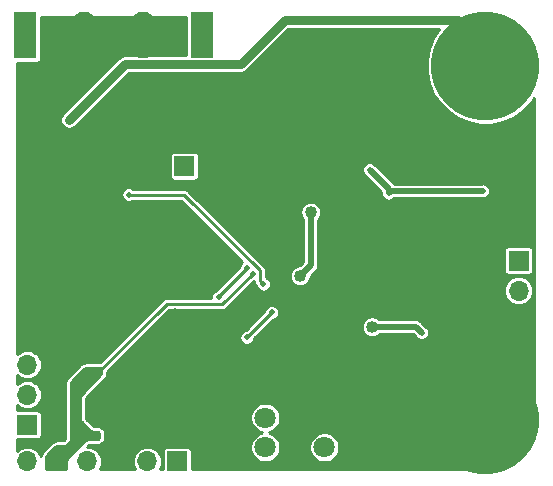
<source format=gbr>
G04 #@! TF.GenerationSoftware,KiCad,Pcbnew,5.1.2-f72e74a~84~ubuntu18.04.1*
G04 #@! TF.CreationDate,2019-07-31T21:01:39+02:00*
G04 #@! TF.ProjectId,Pulse_Arc_Welder_logic,50756c73-655f-4417-9263-5f57656c6465,rev?*
G04 #@! TF.SameCoordinates,Original*
G04 #@! TF.FileFunction,Copper,L2,Bot*
G04 #@! TF.FilePolarity,Positive*
%FSLAX46Y46*%
G04 Gerber Fmt 4.6, Leading zero omitted, Abs format (unit mm)*
G04 Created by KiCad (PCBNEW 5.1.2-f72e74a~84~ubuntu18.04.1) date 2019-07-31 21:01:39*
%MOMM*%
%LPD*%
G04 APERTURE LIST*
%ADD10R,1.700000X1.700000*%
%ADD11O,1.700000X1.700000*%
%ADD12O,2.500000X3.500000*%
%ADD13C,1.800000*%
%ADD14C,9.200000*%
%ADD15O,1.980000X3.960000*%
%ADD16R,1.980000X3.960000*%
%ADD17C,0.508000*%
%ADD18C,1.016000*%
%ADD19C,0.750000*%
%ADD20C,0.250000*%
%ADD21C,0.500000*%
%ADD22C,0.254000*%
G04 APERTURE END LIST*
D10*
X151600000Y-131200000D03*
D11*
X151600000Y-128660000D03*
X151600000Y-126120000D03*
X151600000Y-123580000D03*
D10*
X193200000Y-117300000D03*
D11*
X193200000Y-119840000D03*
D10*
X164900000Y-109300000D03*
D11*
X162360000Y-109300000D03*
X151600000Y-134300000D03*
X154140000Y-134300000D03*
X156680000Y-134300000D03*
X159220000Y-134300000D03*
X161760000Y-134300000D03*
D10*
X164300000Y-134300000D03*
D12*
X168105000Y-129600000D03*
X180405000Y-129600000D03*
D13*
X171755000Y-133100000D03*
X174255000Y-133100000D03*
X176755000Y-133100000D03*
X176755000Y-130600000D03*
X171755000Y-130600000D03*
D14*
X190400000Y-100800000D03*
X190400000Y-130800000D03*
D15*
X156400000Y-98200000D03*
D16*
X151400000Y-98200000D03*
D15*
X161400000Y-98200000D03*
D16*
X166400000Y-98200000D03*
D17*
X173400000Y-96912500D03*
X155140160Y-105392158D03*
X167800000Y-120400000D03*
X170199367Y-117899367D03*
D18*
X175600000Y-113200000D03*
X174700000Y-118600000D03*
X180800000Y-122900000D03*
D17*
X185000000Y-123400000D03*
X157400000Y-132100000D03*
X155700000Y-128000000D03*
X155700000Y-132050000D03*
X170700000Y-118400000D03*
X182200000Y-111587500D03*
X180587500Y-109600000D03*
X190154002Y-111400000D03*
X172315665Y-121684335D03*
X170200000Y-123800000D03*
X160200000Y-111712500D03*
X171600000Y-119300000D03*
X164143153Y-121543153D03*
X171200000Y-124300000D03*
X152900000Y-133200000D03*
X154400000Y-130100000D03*
X154200000Y-126700000D03*
X159200000Y-127400000D03*
X167400000Y-116100000D03*
X171800000Y-114700000D03*
X182500000Y-121400000D03*
D18*
X186600000Y-114900000D03*
X174100000Y-104400000D03*
D17*
X192100000Y-109900000D03*
D18*
X176300000Y-118500000D03*
X172400000Y-120100000D03*
D17*
X163100000Y-131400000D03*
X170100000Y-121200000D03*
D19*
X188112500Y-96912500D02*
X173400000Y-96912500D01*
X190300000Y-99100000D02*
X188112500Y-96912500D01*
X190300000Y-100700000D02*
X190300000Y-99100000D01*
X169657499Y-100655001D02*
X159877317Y-100655001D01*
X159877317Y-100655001D02*
X155140160Y-105392158D01*
X173400000Y-96912500D02*
X169657499Y-100655001D01*
D20*
X167800000Y-120298734D02*
X167800000Y-120400000D01*
X170199367Y-117899367D02*
X167800000Y-120298734D01*
D21*
X175600000Y-113400000D02*
X175600000Y-117700000D01*
X175600000Y-117700000D02*
X174700000Y-118600000D01*
X180800000Y-122900000D02*
X184500000Y-122900000D01*
X184500000Y-122900000D02*
X185000000Y-123400000D01*
D20*
X156059210Y-128000000D02*
X155700000Y-128000000D01*
X156359636Y-128000000D02*
X156059210Y-128000000D01*
X163395484Y-120964152D02*
X156359636Y-128000000D01*
X164435923Y-120979001D02*
X164421074Y-120964152D01*
X164421074Y-120964152D02*
X163395484Y-120964152D01*
X168120999Y-120979001D02*
X164435923Y-120979001D01*
X170700000Y-118400000D02*
X168120999Y-120979001D01*
D21*
X182387500Y-111400000D02*
X182200000Y-111587500D01*
X190154002Y-111400000D02*
X182387500Y-111400000D01*
X182200000Y-111212500D02*
X180587500Y-109600000D01*
X182200000Y-111587500D02*
X182200000Y-111212500D01*
D20*
X170200000Y-123800000D02*
X172315665Y-121684335D01*
X164869422Y-111712500D02*
X160200000Y-111712500D01*
X171279001Y-118979001D02*
X171279001Y-118122079D01*
X171279001Y-118122079D02*
X164869422Y-111712500D01*
X171600000Y-119300000D02*
X171279001Y-118979001D01*
X151600000Y-128800000D02*
X151500000Y-128700000D01*
D22*
G36*
X157873000Y-126479606D02*
G01*
X157873000Y-126847737D01*
X157802532Y-127017862D01*
X156200000Y-128620394D01*
X156184206Y-128639640D01*
X156172470Y-128661596D01*
X156082667Y-128878399D01*
X156075440Y-128902223D01*
X156073000Y-128927000D01*
X156073000Y-130673000D01*
X156075440Y-130697776D01*
X156082667Y-130721601D01*
X156172470Y-130938404D01*
X156184206Y-130960361D01*
X156200000Y-130979606D01*
X156920394Y-131700000D01*
X156939640Y-131715794D01*
X156961596Y-131727530D01*
X157178399Y-131817333D01*
X157202223Y-131824560D01*
X157227000Y-131827000D01*
X157620394Y-131827000D01*
X157673000Y-131879606D01*
X157673000Y-132320394D01*
X157620394Y-132373000D01*
X156827000Y-132373000D01*
X156802224Y-132375440D01*
X156778399Y-132382667D01*
X156561596Y-132472470D01*
X156539639Y-132484206D01*
X156520394Y-132500000D01*
X155000000Y-134020394D01*
X154984206Y-134039640D01*
X154972470Y-134061596D01*
X154882667Y-134278399D01*
X154875440Y-134302223D01*
X154873000Y-134327000D01*
X154873000Y-134944000D01*
X153227000Y-134944000D01*
X153227000Y-133952263D01*
X153297468Y-133782138D01*
X153982138Y-133097468D01*
X154152263Y-133027000D01*
X154673000Y-133027000D01*
X154697776Y-133024560D01*
X154721601Y-133017333D01*
X154938404Y-132927530D01*
X154960361Y-132915794D01*
X154979606Y-132900000D01*
X155200000Y-132679606D01*
X155215794Y-132660360D01*
X155227530Y-132638404D01*
X155317333Y-132421601D01*
X155324560Y-132397777D01*
X155327000Y-132373000D01*
X155327000Y-127652263D01*
X155397468Y-127482138D01*
X156382138Y-126497468D01*
X156552263Y-126427000D01*
X157820394Y-126427000D01*
X157873000Y-126479606D01*
X157873000Y-126479606D01*
G37*
X157873000Y-126479606D02*
X157873000Y-126847737D01*
X157802532Y-127017862D01*
X156200000Y-128620394D01*
X156184206Y-128639640D01*
X156172470Y-128661596D01*
X156082667Y-128878399D01*
X156075440Y-128902223D01*
X156073000Y-128927000D01*
X156073000Y-130673000D01*
X156075440Y-130697776D01*
X156082667Y-130721601D01*
X156172470Y-130938404D01*
X156184206Y-130960361D01*
X156200000Y-130979606D01*
X156920394Y-131700000D01*
X156939640Y-131715794D01*
X156961596Y-131727530D01*
X157178399Y-131817333D01*
X157202223Y-131824560D01*
X157227000Y-131827000D01*
X157620394Y-131827000D01*
X157673000Y-131879606D01*
X157673000Y-132320394D01*
X157620394Y-132373000D01*
X156827000Y-132373000D01*
X156802224Y-132375440D01*
X156778399Y-132382667D01*
X156561596Y-132472470D01*
X156539639Y-132484206D01*
X156520394Y-132500000D01*
X155000000Y-134020394D01*
X154984206Y-134039640D01*
X154972470Y-134061596D01*
X154882667Y-134278399D01*
X154875440Y-134302223D01*
X154873000Y-134327000D01*
X154873000Y-134944000D01*
X153227000Y-134944000D01*
X153227000Y-133952263D01*
X153297468Y-133782138D01*
X153982138Y-133097468D01*
X154152263Y-133027000D01*
X154673000Y-133027000D01*
X154697776Y-133024560D01*
X154721601Y-133017333D01*
X154938404Y-132927530D01*
X154960361Y-132915794D01*
X154979606Y-132900000D01*
X155200000Y-132679606D01*
X155215794Y-132660360D01*
X155227530Y-132638404D01*
X155317333Y-132421601D01*
X155324560Y-132397777D01*
X155327000Y-132373000D01*
X155327000Y-127652263D01*
X155397468Y-127482138D01*
X156382138Y-126497468D01*
X156552263Y-126427000D01*
X157820394Y-126427000D01*
X157873000Y-126479606D01*
G36*
X165027157Y-99899001D02*
G01*
X159914446Y-99899001D01*
X159877317Y-99895344D01*
X159804632Y-99902503D01*
X159729115Y-99909941D01*
X159586609Y-99953169D01*
X159455274Y-100023369D01*
X159340158Y-100117842D01*
X159316489Y-100146683D01*
X154579334Y-104883840D01*
X154508529Y-104970116D01*
X154438329Y-105101450D01*
X154395100Y-105243957D01*
X154380503Y-105392158D01*
X154395100Y-105540359D01*
X154438329Y-105682866D01*
X154508529Y-105814200D01*
X154603002Y-105929316D01*
X154718118Y-106023789D01*
X154849452Y-106093989D01*
X154991959Y-106137218D01*
X155140160Y-106151815D01*
X155288361Y-106137218D01*
X155430868Y-106093989D01*
X155562202Y-106023789D01*
X155648478Y-105952984D01*
X160190463Y-101411001D01*
X169620370Y-101411001D01*
X169657499Y-101414658D01*
X169694628Y-101411001D01*
X169805701Y-101400061D01*
X169948207Y-101356833D01*
X170079542Y-101286633D01*
X170194658Y-101192160D01*
X170218337Y-101163307D01*
X173713146Y-97668500D01*
X186501804Y-97668500D01*
X185985895Y-98440612D01*
X185610417Y-99347096D01*
X185419000Y-100309414D01*
X185419000Y-101290586D01*
X185610417Y-102252904D01*
X185985895Y-103159388D01*
X186531005Y-103975202D01*
X187224798Y-104668995D01*
X188040612Y-105214105D01*
X188947096Y-105589583D01*
X189909414Y-105781000D01*
X190890586Y-105781000D01*
X191852904Y-105589583D01*
X192759388Y-105214105D01*
X193575202Y-104668995D01*
X194268995Y-103975202D01*
X194544001Y-103563627D01*
X194544000Y-130779095D01*
X194472720Y-131554831D01*
X194266963Y-132284390D01*
X193931703Y-132964230D01*
X193478163Y-133571593D01*
X192921539Y-134086131D01*
X192280465Y-134490619D01*
X191576415Y-134771507D01*
X190824125Y-134921147D01*
X190388061Y-134944000D01*
X165532843Y-134944000D01*
X165532843Y-133450000D01*
X165525487Y-133375311D01*
X165503701Y-133303492D01*
X165468322Y-133237304D01*
X165420711Y-133179289D01*
X165362696Y-133131678D01*
X165296508Y-133096299D01*
X165224689Y-133074513D01*
X165150000Y-133067157D01*
X163450000Y-133067157D01*
X163375311Y-133074513D01*
X163303492Y-133096299D01*
X163237304Y-133131678D01*
X163179289Y-133179289D01*
X163131678Y-133237304D01*
X163096299Y-133303492D01*
X163074513Y-133375311D01*
X163067157Y-133450000D01*
X163067157Y-134944000D01*
X162811590Y-134944000D01*
X162902798Y-134773363D01*
X162973188Y-134541318D01*
X162996956Y-134300000D01*
X162973188Y-134058682D01*
X162902798Y-133826637D01*
X162788491Y-133612784D01*
X162634660Y-133425340D01*
X162447216Y-133271509D01*
X162233363Y-133157202D01*
X162001318Y-133086812D01*
X161820472Y-133069000D01*
X161699528Y-133069000D01*
X161518682Y-133086812D01*
X161286637Y-133157202D01*
X161072784Y-133271509D01*
X160885340Y-133425340D01*
X160731509Y-133612784D01*
X160617202Y-133826637D01*
X160546812Y-134058682D01*
X160523044Y-134300000D01*
X160546812Y-134541318D01*
X160617202Y-134773363D01*
X160708410Y-134944000D01*
X157731590Y-134944000D01*
X157822798Y-134773363D01*
X157893188Y-134541318D01*
X157916956Y-134300000D01*
X157893188Y-134058682D01*
X157822798Y-133826637D01*
X157708491Y-133612784D01*
X157554660Y-133425340D01*
X157367216Y-133271509D01*
X157153363Y-133157202D01*
X156921318Y-133086812D01*
X156740472Y-133069000D01*
X156669816Y-133069000D01*
X156826017Y-132912799D01*
X156902786Y-132881000D01*
X157673000Y-132881000D01*
X157747329Y-132873679D01*
X157818802Y-132851998D01*
X157884672Y-132816790D01*
X157942408Y-132769408D01*
X158069408Y-132642408D01*
X158116790Y-132584672D01*
X158151998Y-132518802D01*
X158173679Y-132447329D01*
X158181000Y-132373000D01*
X158181000Y-131827000D01*
X158173679Y-131752671D01*
X158151998Y-131681198D01*
X158116790Y-131615328D01*
X158069408Y-131557592D01*
X157942408Y-131430592D01*
X157884672Y-131383210D01*
X157818802Y-131348002D01*
X157747329Y-131326321D01*
X157673000Y-131319000D01*
X157302786Y-131319000D01*
X157226017Y-131287201D01*
X156612799Y-130673983D01*
X156581000Y-130597214D01*
X156581000Y-130473833D01*
X170474000Y-130473833D01*
X170474000Y-130726167D01*
X170523228Y-130973654D01*
X170619793Y-131206781D01*
X170759982Y-131416590D01*
X170938410Y-131595018D01*
X171148219Y-131735207D01*
X171381346Y-131831772D01*
X171472985Y-131850000D01*
X171381346Y-131868228D01*
X171148219Y-131964793D01*
X170938410Y-132104982D01*
X170759982Y-132283410D01*
X170619793Y-132493219D01*
X170523228Y-132726346D01*
X170474000Y-132973833D01*
X170474000Y-133226167D01*
X170523228Y-133473654D01*
X170619793Y-133706781D01*
X170759982Y-133916590D01*
X170938410Y-134095018D01*
X171148219Y-134235207D01*
X171381346Y-134331772D01*
X171628833Y-134381000D01*
X171881167Y-134381000D01*
X172128654Y-134331772D01*
X172361781Y-134235207D01*
X172571590Y-134095018D01*
X172750018Y-133916590D01*
X172890207Y-133706781D01*
X172986772Y-133473654D01*
X173036000Y-133226167D01*
X173036000Y-132973833D01*
X175474000Y-132973833D01*
X175474000Y-133226167D01*
X175523228Y-133473654D01*
X175619793Y-133706781D01*
X175759982Y-133916590D01*
X175938410Y-134095018D01*
X176148219Y-134235207D01*
X176381346Y-134331772D01*
X176628833Y-134381000D01*
X176881167Y-134381000D01*
X177128654Y-134331772D01*
X177361781Y-134235207D01*
X177571590Y-134095018D01*
X177750018Y-133916590D01*
X177890207Y-133706781D01*
X177986772Y-133473654D01*
X178036000Y-133226167D01*
X178036000Y-132973833D01*
X177986772Y-132726346D01*
X177890207Y-132493219D01*
X177750018Y-132283410D01*
X177571590Y-132104982D01*
X177361781Y-131964793D01*
X177128654Y-131868228D01*
X176881167Y-131819000D01*
X176628833Y-131819000D01*
X176381346Y-131868228D01*
X176148219Y-131964793D01*
X175938410Y-132104982D01*
X175759982Y-132283410D01*
X175619793Y-132493219D01*
X175523228Y-132726346D01*
X175474000Y-132973833D01*
X173036000Y-132973833D01*
X172986772Y-132726346D01*
X172890207Y-132493219D01*
X172750018Y-132283410D01*
X172571590Y-132104982D01*
X172361781Y-131964793D01*
X172128654Y-131868228D01*
X172037015Y-131850000D01*
X172128654Y-131831772D01*
X172361781Y-131735207D01*
X172571590Y-131595018D01*
X172750018Y-131416590D01*
X172890207Y-131206781D01*
X172986772Y-130973654D01*
X173036000Y-130726167D01*
X173036000Y-130473833D01*
X172986772Y-130226346D01*
X172890207Y-129993219D01*
X172750018Y-129783410D01*
X172571590Y-129604982D01*
X172361781Y-129464793D01*
X172128654Y-129368228D01*
X171881167Y-129319000D01*
X171628833Y-129319000D01*
X171381346Y-129368228D01*
X171148219Y-129464793D01*
X170938410Y-129604982D01*
X170759982Y-129783410D01*
X170619793Y-129993219D01*
X170523228Y-130226346D01*
X170474000Y-130473833D01*
X156581000Y-130473833D01*
X156581000Y-129002786D01*
X156612799Y-128926017D01*
X158179605Y-127359211D01*
X158226987Y-127301476D01*
X158262195Y-127235606D01*
X158351998Y-127018803D01*
X158373679Y-126947329D01*
X158381000Y-126873000D01*
X158381000Y-126694227D01*
X161337769Y-123737458D01*
X169565000Y-123737458D01*
X169565000Y-123862542D01*
X169589403Y-123985223D01*
X169637271Y-124100785D01*
X169706764Y-124204789D01*
X169795211Y-124293236D01*
X169899215Y-124362729D01*
X170014777Y-124410597D01*
X170137458Y-124435000D01*
X170262542Y-124435000D01*
X170385223Y-124410597D01*
X170500785Y-124362729D01*
X170604789Y-124293236D01*
X170693236Y-124204789D01*
X170762729Y-124100785D01*
X170810597Y-123985223D01*
X170830518Y-123885073D01*
X171903150Y-122812441D01*
X179911000Y-122812441D01*
X179911000Y-122987559D01*
X179945164Y-123159312D01*
X180012179Y-123321099D01*
X180109469Y-123466704D01*
X180233296Y-123590531D01*
X180378901Y-123687821D01*
X180540688Y-123754836D01*
X180712441Y-123789000D01*
X180887559Y-123789000D01*
X181059312Y-123754836D01*
X181221099Y-123687821D01*
X181366704Y-123590531D01*
X181426235Y-123531000D01*
X184238632Y-123531000D01*
X184495375Y-123787743D01*
X184506764Y-123804789D01*
X184595211Y-123893236D01*
X184699215Y-123962729D01*
X184814777Y-124010597D01*
X184937458Y-124035000D01*
X185062542Y-124035000D01*
X185185223Y-124010597D01*
X185300785Y-123962729D01*
X185404789Y-123893236D01*
X185493236Y-123804789D01*
X185562729Y-123700785D01*
X185610597Y-123585223D01*
X185635000Y-123462542D01*
X185635000Y-123337458D01*
X185610597Y-123214777D01*
X185562729Y-123099215D01*
X185493236Y-122995211D01*
X185404789Y-122906764D01*
X185387743Y-122895375D01*
X184968105Y-122475737D01*
X184948343Y-122451657D01*
X184852261Y-122372804D01*
X184742642Y-122314211D01*
X184623698Y-122278130D01*
X184530998Y-122269000D01*
X184530990Y-122269000D01*
X184500000Y-122265948D01*
X184469010Y-122269000D01*
X181426235Y-122269000D01*
X181366704Y-122209469D01*
X181221099Y-122112179D01*
X181059312Y-122045164D01*
X180887559Y-122011000D01*
X180712441Y-122011000D01*
X180540688Y-122045164D01*
X180378901Y-122112179D01*
X180233296Y-122209469D01*
X180109469Y-122333296D01*
X180012179Y-122478901D01*
X179945164Y-122640688D01*
X179911000Y-122812441D01*
X171903150Y-122812441D01*
X172400739Y-122314853D01*
X172500888Y-122294932D01*
X172616450Y-122247064D01*
X172720454Y-122177571D01*
X172808901Y-122089124D01*
X172878394Y-121985120D01*
X172926262Y-121869558D01*
X172950665Y-121746877D01*
X172950665Y-121621793D01*
X172926262Y-121499112D01*
X172878394Y-121383550D01*
X172808901Y-121279546D01*
X172720454Y-121191099D01*
X172616450Y-121121606D01*
X172500888Y-121073738D01*
X172378207Y-121049335D01*
X172253123Y-121049335D01*
X172130442Y-121073738D01*
X172014880Y-121121606D01*
X171910876Y-121191099D01*
X171822429Y-121279546D01*
X171752936Y-121383550D01*
X171705068Y-121499112D01*
X171685147Y-121599261D01*
X170114927Y-123169482D01*
X170014777Y-123189403D01*
X169899215Y-123237271D01*
X169795211Y-123306764D01*
X169706764Y-123395211D01*
X169637271Y-123499215D01*
X169589403Y-123614777D01*
X169565000Y-123737458D01*
X161337769Y-123737458D01*
X163605076Y-121470152D01*
X164311916Y-121470152D01*
X164336730Y-121477679D01*
X164411069Y-121485001D01*
X164435923Y-121487449D01*
X164460777Y-121485001D01*
X168096153Y-121485001D01*
X168120999Y-121487448D01*
X168145845Y-121485001D01*
X168145853Y-121485001D01*
X168220192Y-121477679D01*
X168315574Y-121448746D01*
X168403478Y-121401760D01*
X168480526Y-121338528D01*
X168496375Y-121319216D01*
X170776474Y-119039118D01*
X170780323Y-119078193D01*
X170809256Y-119173575D01*
X170856242Y-119261480D01*
X170919474Y-119338528D01*
X170938786Y-119354377D01*
X170969482Y-119385073D01*
X170989403Y-119485223D01*
X171037271Y-119600785D01*
X171106764Y-119704789D01*
X171195211Y-119793236D01*
X171299215Y-119862729D01*
X171414777Y-119910597D01*
X171537458Y-119935000D01*
X171662542Y-119935000D01*
X171785223Y-119910597D01*
X171900785Y-119862729D01*
X171934801Y-119840000D01*
X191963044Y-119840000D01*
X191986812Y-120081318D01*
X192057202Y-120313363D01*
X192171509Y-120527216D01*
X192325340Y-120714660D01*
X192512784Y-120868491D01*
X192726637Y-120982798D01*
X192958682Y-121053188D01*
X193139528Y-121071000D01*
X193260472Y-121071000D01*
X193441318Y-121053188D01*
X193673363Y-120982798D01*
X193887216Y-120868491D01*
X194074660Y-120714660D01*
X194228491Y-120527216D01*
X194342798Y-120313363D01*
X194413188Y-120081318D01*
X194436956Y-119840000D01*
X194413188Y-119598682D01*
X194342798Y-119366637D01*
X194228491Y-119152784D01*
X194074660Y-118965340D01*
X193887216Y-118811509D01*
X193673363Y-118697202D01*
X193441318Y-118626812D01*
X193260472Y-118609000D01*
X193139528Y-118609000D01*
X192958682Y-118626812D01*
X192726637Y-118697202D01*
X192512784Y-118811509D01*
X192325340Y-118965340D01*
X192171509Y-119152784D01*
X192057202Y-119366637D01*
X191986812Y-119598682D01*
X191963044Y-119840000D01*
X171934801Y-119840000D01*
X172004789Y-119793236D01*
X172093236Y-119704789D01*
X172162729Y-119600785D01*
X172210597Y-119485223D01*
X172235000Y-119362542D01*
X172235000Y-119237458D01*
X172210597Y-119114777D01*
X172162729Y-118999215D01*
X172093236Y-118895211D01*
X172004789Y-118806764D01*
X171900785Y-118737271D01*
X171785223Y-118689403D01*
X171785001Y-118689359D01*
X171785001Y-118512441D01*
X173811000Y-118512441D01*
X173811000Y-118687559D01*
X173845164Y-118859312D01*
X173912179Y-119021099D01*
X174009469Y-119166704D01*
X174133296Y-119290531D01*
X174278901Y-119387821D01*
X174440688Y-119454836D01*
X174612441Y-119489000D01*
X174787559Y-119489000D01*
X174959312Y-119454836D01*
X175121099Y-119387821D01*
X175266704Y-119290531D01*
X175390531Y-119166704D01*
X175487821Y-119021099D01*
X175554836Y-118859312D01*
X175589000Y-118687559D01*
X175589000Y-118603368D01*
X176024268Y-118168101D01*
X176048343Y-118148343D01*
X176069898Y-118122079D01*
X176127196Y-118052261D01*
X176185789Y-117942642D01*
X176221870Y-117823698D01*
X176231000Y-117730998D01*
X176231000Y-117730989D01*
X176234052Y-117700001D01*
X176231000Y-117669013D01*
X176231000Y-116450000D01*
X191967157Y-116450000D01*
X191967157Y-118150000D01*
X191974513Y-118224689D01*
X191996299Y-118296508D01*
X192031678Y-118362696D01*
X192079289Y-118420711D01*
X192137304Y-118468322D01*
X192203492Y-118503701D01*
X192275311Y-118525487D01*
X192350000Y-118532843D01*
X194050000Y-118532843D01*
X194124689Y-118525487D01*
X194196508Y-118503701D01*
X194262696Y-118468322D01*
X194320711Y-118420711D01*
X194368322Y-118362696D01*
X194403701Y-118296508D01*
X194425487Y-118224689D01*
X194432843Y-118150000D01*
X194432843Y-116450000D01*
X194425487Y-116375311D01*
X194403701Y-116303492D01*
X194368322Y-116237304D01*
X194320711Y-116179289D01*
X194262696Y-116131678D01*
X194196508Y-116096299D01*
X194124689Y-116074513D01*
X194050000Y-116067157D01*
X192350000Y-116067157D01*
X192275311Y-116074513D01*
X192203492Y-116096299D01*
X192137304Y-116131678D01*
X192079289Y-116179289D01*
X192031678Y-116237304D01*
X191996299Y-116303492D01*
X191974513Y-116375311D01*
X191967157Y-116450000D01*
X176231000Y-116450000D01*
X176231000Y-113826235D01*
X176290531Y-113766704D01*
X176387821Y-113621099D01*
X176454836Y-113459312D01*
X176489000Y-113287559D01*
X176489000Y-113112441D01*
X176454836Y-112940688D01*
X176387821Y-112778901D01*
X176290531Y-112633296D01*
X176166704Y-112509469D01*
X176021099Y-112412179D01*
X175859312Y-112345164D01*
X175687559Y-112311000D01*
X175512441Y-112311000D01*
X175340688Y-112345164D01*
X175178901Y-112412179D01*
X175033296Y-112509469D01*
X174909469Y-112633296D01*
X174812179Y-112778901D01*
X174745164Y-112940688D01*
X174711000Y-113112441D01*
X174711000Y-113287559D01*
X174745164Y-113459312D01*
X174812179Y-113621099D01*
X174909469Y-113766704D01*
X174969000Y-113826235D01*
X174969001Y-117438630D01*
X174696632Y-117711000D01*
X174612441Y-117711000D01*
X174440688Y-117745164D01*
X174278901Y-117812179D01*
X174133296Y-117909469D01*
X174009469Y-118033296D01*
X173912179Y-118178901D01*
X173845164Y-118340688D01*
X173811000Y-118512441D01*
X171785001Y-118512441D01*
X171785001Y-118146933D01*
X171787449Y-118122079D01*
X171777679Y-118022886D01*
X171748746Y-117927504D01*
X171733707Y-117899368D01*
X171701760Y-117839600D01*
X171638528Y-117762552D01*
X171619221Y-117746707D01*
X165244798Y-111372285D01*
X165228949Y-111352973D01*
X165151901Y-111289741D01*
X165063997Y-111242755D01*
X164968615Y-111213822D01*
X164894276Y-111206500D01*
X164894268Y-111206500D01*
X164869422Y-111204053D01*
X164844576Y-111206500D01*
X160585686Y-111206500D01*
X160500785Y-111149771D01*
X160385223Y-111101903D01*
X160262542Y-111077500D01*
X160137458Y-111077500D01*
X160014777Y-111101903D01*
X159899215Y-111149771D01*
X159795211Y-111219264D01*
X159706764Y-111307711D01*
X159637271Y-111411715D01*
X159589403Y-111527277D01*
X159565000Y-111649958D01*
X159565000Y-111775042D01*
X159589403Y-111897723D01*
X159637271Y-112013285D01*
X159706764Y-112117289D01*
X159795211Y-112205736D01*
X159899215Y-112275229D01*
X160014777Y-112323097D01*
X160137458Y-112347500D01*
X160262542Y-112347500D01*
X160385223Y-112323097D01*
X160500785Y-112275229D01*
X160585686Y-112218500D01*
X164659831Y-112218500D01*
X169826279Y-117384949D01*
X169794578Y-117406131D01*
X169706131Y-117494578D01*
X169636638Y-117598582D01*
X169588770Y-117714144D01*
X169568849Y-117814293D01*
X167578864Y-119804279D01*
X167499215Y-119837271D01*
X167395211Y-119906764D01*
X167306764Y-119995211D01*
X167237271Y-120099215D01*
X167189403Y-120214777D01*
X167165000Y-120337458D01*
X167165000Y-120462542D01*
X167167080Y-120473001D01*
X164545081Y-120473001D01*
X164520267Y-120465474D01*
X164445928Y-120458152D01*
X164445920Y-120458152D01*
X164421074Y-120455705D01*
X164396228Y-120458152D01*
X163420338Y-120458152D01*
X163395484Y-120455704D01*
X163370630Y-120458152D01*
X163296291Y-120465474D01*
X163200909Y-120494407D01*
X163113005Y-120541393D01*
X163035957Y-120604625D01*
X163020112Y-120623932D01*
X157725045Y-125919000D01*
X156527000Y-125919000D01*
X156452670Y-125926321D01*
X156381197Y-125948002D01*
X156164394Y-126037805D01*
X156098525Y-126073013D01*
X156040789Y-126120395D01*
X155020395Y-127140789D01*
X154973013Y-127198524D01*
X154937805Y-127264394D01*
X154848002Y-127481197D01*
X154826321Y-127552671D01*
X154819000Y-127627000D01*
X154819000Y-132297214D01*
X154787201Y-132373983D01*
X154673983Y-132487201D01*
X154597214Y-132519000D01*
X154127000Y-132519000D01*
X154052670Y-132526321D01*
X153981197Y-132548002D01*
X153764394Y-132637805D01*
X153698525Y-132673013D01*
X153640789Y-132720395D01*
X152920395Y-133440789D01*
X152873013Y-133498524D01*
X152837805Y-133564394D01*
X152748002Y-133781197D01*
X152737324Y-133816397D01*
X152628491Y-133612784D01*
X152474660Y-133425340D01*
X152287216Y-133271509D01*
X152073363Y-133157202D01*
X151841318Y-133086812D01*
X151660472Y-133069000D01*
X151539528Y-133069000D01*
X151358682Y-133086812D01*
X151126637Y-133157202D01*
X150912784Y-133271509D01*
X150756000Y-133400178D01*
X150756000Y-132432843D01*
X152450000Y-132432843D01*
X152524689Y-132425487D01*
X152596508Y-132403701D01*
X152662696Y-132368322D01*
X152720711Y-132320711D01*
X152768322Y-132262696D01*
X152803701Y-132196508D01*
X152825487Y-132124689D01*
X152832843Y-132050000D01*
X152832843Y-130350000D01*
X152825487Y-130275311D01*
X152803701Y-130203492D01*
X152768322Y-130137304D01*
X152720711Y-130079289D01*
X152662696Y-130031678D01*
X152596508Y-129996299D01*
X152524689Y-129974513D01*
X152450000Y-129967157D01*
X150756000Y-129967157D01*
X150756000Y-129559822D01*
X150912784Y-129688491D01*
X151126637Y-129802798D01*
X151358682Y-129873188D01*
X151539528Y-129891000D01*
X151660472Y-129891000D01*
X151841318Y-129873188D01*
X152073363Y-129802798D01*
X152287216Y-129688491D01*
X152474660Y-129534660D01*
X152628491Y-129347216D01*
X152742798Y-129133363D01*
X152813188Y-128901318D01*
X152836956Y-128660000D01*
X152813188Y-128418682D01*
X152742798Y-128186637D01*
X152628491Y-127972784D01*
X152474660Y-127785340D01*
X152287216Y-127631509D01*
X152073363Y-127517202D01*
X151841318Y-127446812D01*
X151660472Y-127429000D01*
X151539528Y-127429000D01*
X151358682Y-127446812D01*
X151126637Y-127517202D01*
X150912784Y-127631509D01*
X150756000Y-127760178D01*
X150756000Y-127019822D01*
X150912784Y-127148491D01*
X151126637Y-127262798D01*
X151358682Y-127333188D01*
X151539528Y-127351000D01*
X151660472Y-127351000D01*
X151841318Y-127333188D01*
X152073363Y-127262798D01*
X152287216Y-127148491D01*
X152474660Y-126994660D01*
X152628491Y-126807216D01*
X152742798Y-126593363D01*
X152813188Y-126361318D01*
X152836956Y-126120000D01*
X152813188Y-125878682D01*
X152742798Y-125646637D01*
X152628491Y-125432784D01*
X152474660Y-125245340D01*
X152287216Y-125091509D01*
X152073363Y-124977202D01*
X151841318Y-124906812D01*
X151660472Y-124889000D01*
X151539528Y-124889000D01*
X151358682Y-124906812D01*
X151126637Y-124977202D01*
X150912784Y-125091509D01*
X150756000Y-125220178D01*
X150756000Y-108450000D01*
X163667157Y-108450000D01*
X163667157Y-110150000D01*
X163674513Y-110224689D01*
X163696299Y-110296508D01*
X163731678Y-110362696D01*
X163779289Y-110420711D01*
X163837304Y-110468322D01*
X163903492Y-110503701D01*
X163975311Y-110525487D01*
X164050000Y-110532843D01*
X165750000Y-110532843D01*
X165824689Y-110525487D01*
X165896508Y-110503701D01*
X165962696Y-110468322D01*
X166020711Y-110420711D01*
X166068322Y-110362696D01*
X166103701Y-110296508D01*
X166125487Y-110224689D01*
X166132843Y-110150000D01*
X166132843Y-109537458D01*
X179952500Y-109537458D01*
X179952500Y-109662542D01*
X179976903Y-109785223D01*
X180024771Y-109900785D01*
X180094264Y-110004789D01*
X180182711Y-110093236D01*
X180199759Y-110104627D01*
X181569000Y-111473869D01*
X181569000Y-111504849D01*
X181565000Y-111524958D01*
X181565000Y-111650042D01*
X181589403Y-111772723D01*
X181637271Y-111888285D01*
X181706764Y-111992289D01*
X181795211Y-112080736D01*
X181899215Y-112150229D01*
X182014777Y-112198097D01*
X182137458Y-112222500D01*
X182262542Y-112222500D01*
X182385223Y-112198097D01*
X182500785Y-112150229D01*
X182604789Y-112080736D01*
X182654525Y-112031000D01*
X190071351Y-112031000D01*
X190091460Y-112035000D01*
X190216544Y-112035000D01*
X190339225Y-112010597D01*
X190454787Y-111962729D01*
X190558791Y-111893236D01*
X190647238Y-111804789D01*
X190716731Y-111700785D01*
X190764599Y-111585223D01*
X190789002Y-111462542D01*
X190789002Y-111337458D01*
X190764599Y-111214777D01*
X190716731Y-111099215D01*
X190647238Y-110995211D01*
X190558791Y-110906764D01*
X190454787Y-110837271D01*
X190339225Y-110789403D01*
X190216544Y-110765000D01*
X190091460Y-110765000D01*
X190071351Y-110769000D01*
X182652318Y-110769000D01*
X182648343Y-110764157D01*
X182624268Y-110744399D01*
X181092127Y-109212259D01*
X181080736Y-109195211D01*
X180992289Y-109106764D01*
X180888285Y-109037271D01*
X180772723Y-108989403D01*
X180650042Y-108965000D01*
X180524958Y-108965000D01*
X180402277Y-108989403D01*
X180286715Y-109037271D01*
X180182711Y-109106764D01*
X180094264Y-109195211D01*
X180024771Y-109299215D01*
X179976903Y-109414777D01*
X179952500Y-109537458D01*
X166132843Y-109537458D01*
X166132843Y-108450000D01*
X166125487Y-108375311D01*
X166103701Y-108303492D01*
X166068322Y-108237304D01*
X166020711Y-108179289D01*
X165962696Y-108131678D01*
X165896508Y-108096299D01*
X165824689Y-108074513D01*
X165750000Y-108067157D01*
X164050000Y-108067157D01*
X163975311Y-108074513D01*
X163903492Y-108096299D01*
X163837304Y-108131678D01*
X163779289Y-108179289D01*
X163731678Y-108237304D01*
X163696299Y-108303492D01*
X163674513Y-108375311D01*
X163667157Y-108450000D01*
X150756000Y-108450000D01*
X150756000Y-100562843D01*
X152390000Y-100562843D01*
X152464689Y-100555487D01*
X152536508Y-100533701D01*
X152602696Y-100498322D01*
X152660711Y-100450711D01*
X152708322Y-100392696D01*
X152743701Y-100326508D01*
X152765487Y-100254689D01*
X152772843Y-100180000D01*
X152772843Y-96656000D01*
X165027157Y-96656000D01*
X165027157Y-99899001D01*
X165027157Y-99899001D01*
G37*
X165027157Y-99899001D02*
X159914446Y-99899001D01*
X159877317Y-99895344D01*
X159804632Y-99902503D01*
X159729115Y-99909941D01*
X159586609Y-99953169D01*
X159455274Y-100023369D01*
X159340158Y-100117842D01*
X159316489Y-100146683D01*
X154579334Y-104883840D01*
X154508529Y-104970116D01*
X154438329Y-105101450D01*
X154395100Y-105243957D01*
X154380503Y-105392158D01*
X154395100Y-105540359D01*
X154438329Y-105682866D01*
X154508529Y-105814200D01*
X154603002Y-105929316D01*
X154718118Y-106023789D01*
X154849452Y-106093989D01*
X154991959Y-106137218D01*
X155140160Y-106151815D01*
X155288361Y-106137218D01*
X155430868Y-106093989D01*
X155562202Y-106023789D01*
X155648478Y-105952984D01*
X160190463Y-101411001D01*
X169620370Y-101411001D01*
X169657499Y-101414658D01*
X169694628Y-101411001D01*
X169805701Y-101400061D01*
X169948207Y-101356833D01*
X170079542Y-101286633D01*
X170194658Y-101192160D01*
X170218337Y-101163307D01*
X173713146Y-97668500D01*
X186501804Y-97668500D01*
X185985895Y-98440612D01*
X185610417Y-99347096D01*
X185419000Y-100309414D01*
X185419000Y-101290586D01*
X185610417Y-102252904D01*
X185985895Y-103159388D01*
X186531005Y-103975202D01*
X187224798Y-104668995D01*
X188040612Y-105214105D01*
X188947096Y-105589583D01*
X189909414Y-105781000D01*
X190890586Y-105781000D01*
X191852904Y-105589583D01*
X192759388Y-105214105D01*
X193575202Y-104668995D01*
X194268995Y-103975202D01*
X194544001Y-103563627D01*
X194544000Y-130779095D01*
X194472720Y-131554831D01*
X194266963Y-132284390D01*
X193931703Y-132964230D01*
X193478163Y-133571593D01*
X192921539Y-134086131D01*
X192280465Y-134490619D01*
X191576415Y-134771507D01*
X190824125Y-134921147D01*
X190388061Y-134944000D01*
X165532843Y-134944000D01*
X165532843Y-133450000D01*
X165525487Y-133375311D01*
X165503701Y-133303492D01*
X165468322Y-133237304D01*
X165420711Y-133179289D01*
X165362696Y-133131678D01*
X165296508Y-133096299D01*
X165224689Y-133074513D01*
X165150000Y-133067157D01*
X163450000Y-133067157D01*
X163375311Y-133074513D01*
X163303492Y-133096299D01*
X163237304Y-133131678D01*
X163179289Y-133179289D01*
X163131678Y-133237304D01*
X163096299Y-133303492D01*
X163074513Y-133375311D01*
X163067157Y-133450000D01*
X163067157Y-134944000D01*
X162811590Y-134944000D01*
X162902798Y-134773363D01*
X162973188Y-134541318D01*
X162996956Y-134300000D01*
X162973188Y-134058682D01*
X162902798Y-133826637D01*
X162788491Y-133612784D01*
X162634660Y-133425340D01*
X162447216Y-133271509D01*
X162233363Y-133157202D01*
X162001318Y-133086812D01*
X161820472Y-133069000D01*
X161699528Y-133069000D01*
X161518682Y-133086812D01*
X161286637Y-133157202D01*
X161072784Y-133271509D01*
X160885340Y-133425340D01*
X160731509Y-133612784D01*
X160617202Y-133826637D01*
X160546812Y-134058682D01*
X160523044Y-134300000D01*
X160546812Y-134541318D01*
X160617202Y-134773363D01*
X160708410Y-134944000D01*
X157731590Y-134944000D01*
X157822798Y-134773363D01*
X157893188Y-134541318D01*
X157916956Y-134300000D01*
X157893188Y-134058682D01*
X157822798Y-133826637D01*
X157708491Y-133612784D01*
X157554660Y-133425340D01*
X157367216Y-133271509D01*
X157153363Y-133157202D01*
X156921318Y-133086812D01*
X156740472Y-133069000D01*
X156669816Y-133069000D01*
X156826017Y-132912799D01*
X156902786Y-132881000D01*
X157673000Y-132881000D01*
X157747329Y-132873679D01*
X157818802Y-132851998D01*
X157884672Y-132816790D01*
X157942408Y-132769408D01*
X158069408Y-132642408D01*
X158116790Y-132584672D01*
X158151998Y-132518802D01*
X158173679Y-132447329D01*
X158181000Y-132373000D01*
X158181000Y-131827000D01*
X158173679Y-131752671D01*
X158151998Y-131681198D01*
X158116790Y-131615328D01*
X158069408Y-131557592D01*
X157942408Y-131430592D01*
X157884672Y-131383210D01*
X157818802Y-131348002D01*
X157747329Y-131326321D01*
X157673000Y-131319000D01*
X157302786Y-131319000D01*
X157226017Y-131287201D01*
X156612799Y-130673983D01*
X156581000Y-130597214D01*
X156581000Y-130473833D01*
X170474000Y-130473833D01*
X170474000Y-130726167D01*
X170523228Y-130973654D01*
X170619793Y-131206781D01*
X170759982Y-131416590D01*
X170938410Y-131595018D01*
X171148219Y-131735207D01*
X171381346Y-131831772D01*
X171472985Y-131850000D01*
X171381346Y-131868228D01*
X171148219Y-131964793D01*
X170938410Y-132104982D01*
X170759982Y-132283410D01*
X170619793Y-132493219D01*
X170523228Y-132726346D01*
X170474000Y-132973833D01*
X170474000Y-133226167D01*
X170523228Y-133473654D01*
X170619793Y-133706781D01*
X170759982Y-133916590D01*
X170938410Y-134095018D01*
X171148219Y-134235207D01*
X171381346Y-134331772D01*
X171628833Y-134381000D01*
X171881167Y-134381000D01*
X172128654Y-134331772D01*
X172361781Y-134235207D01*
X172571590Y-134095018D01*
X172750018Y-133916590D01*
X172890207Y-133706781D01*
X172986772Y-133473654D01*
X173036000Y-133226167D01*
X173036000Y-132973833D01*
X175474000Y-132973833D01*
X175474000Y-133226167D01*
X175523228Y-133473654D01*
X175619793Y-133706781D01*
X175759982Y-133916590D01*
X175938410Y-134095018D01*
X176148219Y-134235207D01*
X176381346Y-134331772D01*
X176628833Y-134381000D01*
X176881167Y-134381000D01*
X177128654Y-134331772D01*
X177361781Y-134235207D01*
X177571590Y-134095018D01*
X177750018Y-133916590D01*
X177890207Y-133706781D01*
X177986772Y-133473654D01*
X178036000Y-133226167D01*
X178036000Y-132973833D01*
X177986772Y-132726346D01*
X177890207Y-132493219D01*
X177750018Y-132283410D01*
X177571590Y-132104982D01*
X177361781Y-131964793D01*
X177128654Y-131868228D01*
X176881167Y-131819000D01*
X176628833Y-131819000D01*
X176381346Y-131868228D01*
X176148219Y-131964793D01*
X175938410Y-132104982D01*
X175759982Y-132283410D01*
X175619793Y-132493219D01*
X175523228Y-132726346D01*
X175474000Y-132973833D01*
X173036000Y-132973833D01*
X172986772Y-132726346D01*
X172890207Y-132493219D01*
X172750018Y-132283410D01*
X172571590Y-132104982D01*
X172361781Y-131964793D01*
X172128654Y-131868228D01*
X172037015Y-131850000D01*
X172128654Y-131831772D01*
X172361781Y-131735207D01*
X172571590Y-131595018D01*
X172750018Y-131416590D01*
X172890207Y-131206781D01*
X172986772Y-130973654D01*
X173036000Y-130726167D01*
X173036000Y-130473833D01*
X172986772Y-130226346D01*
X172890207Y-129993219D01*
X172750018Y-129783410D01*
X172571590Y-129604982D01*
X172361781Y-129464793D01*
X172128654Y-129368228D01*
X171881167Y-129319000D01*
X171628833Y-129319000D01*
X171381346Y-129368228D01*
X171148219Y-129464793D01*
X170938410Y-129604982D01*
X170759982Y-129783410D01*
X170619793Y-129993219D01*
X170523228Y-130226346D01*
X170474000Y-130473833D01*
X156581000Y-130473833D01*
X156581000Y-129002786D01*
X156612799Y-128926017D01*
X158179605Y-127359211D01*
X158226987Y-127301476D01*
X158262195Y-127235606D01*
X158351998Y-127018803D01*
X158373679Y-126947329D01*
X158381000Y-126873000D01*
X158381000Y-126694227D01*
X161337769Y-123737458D01*
X169565000Y-123737458D01*
X169565000Y-123862542D01*
X169589403Y-123985223D01*
X169637271Y-124100785D01*
X169706764Y-124204789D01*
X169795211Y-124293236D01*
X169899215Y-124362729D01*
X170014777Y-124410597D01*
X170137458Y-124435000D01*
X170262542Y-124435000D01*
X170385223Y-124410597D01*
X170500785Y-124362729D01*
X170604789Y-124293236D01*
X170693236Y-124204789D01*
X170762729Y-124100785D01*
X170810597Y-123985223D01*
X170830518Y-123885073D01*
X171903150Y-122812441D01*
X179911000Y-122812441D01*
X179911000Y-122987559D01*
X179945164Y-123159312D01*
X180012179Y-123321099D01*
X180109469Y-123466704D01*
X180233296Y-123590531D01*
X180378901Y-123687821D01*
X180540688Y-123754836D01*
X180712441Y-123789000D01*
X180887559Y-123789000D01*
X181059312Y-123754836D01*
X181221099Y-123687821D01*
X181366704Y-123590531D01*
X181426235Y-123531000D01*
X184238632Y-123531000D01*
X184495375Y-123787743D01*
X184506764Y-123804789D01*
X184595211Y-123893236D01*
X184699215Y-123962729D01*
X184814777Y-124010597D01*
X184937458Y-124035000D01*
X185062542Y-124035000D01*
X185185223Y-124010597D01*
X185300785Y-123962729D01*
X185404789Y-123893236D01*
X185493236Y-123804789D01*
X185562729Y-123700785D01*
X185610597Y-123585223D01*
X185635000Y-123462542D01*
X185635000Y-123337458D01*
X185610597Y-123214777D01*
X185562729Y-123099215D01*
X185493236Y-122995211D01*
X185404789Y-122906764D01*
X185387743Y-122895375D01*
X184968105Y-122475737D01*
X184948343Y-122451657D01*
X184852261Y-122372804D01*
X184742642Y-122314211D01*
X184623698Y-122278130D01*
X184530998Y-122269000D01*
X184530990Y-122269000D01*
X184500000Y-122265948D01*
X184469010Y-122269000D01*
X181426235Y-122269000D01*
X181366704Y-122209469D01*
X181221099Y-122112179D01*
X181059312Y-122045164D01*
X180887559Y-122011000D01*
X180712441Y-122011000D01*
X180540688Y-122045164D01*
X180378901Y-122112179D01*
X180233296Y-122209469D01*
X180109469Y-122333296D01*
X180012179Y-122478901D01*
X179945164Y-122640688D01*
X179911000Y-122812441D01*
X171903150Y-122812441D01*
X172400739Y-122314853D01*
X172500888Y-122294932D01*
X172616450Y-122247064D01*
X172720454Y-122177571D01*
X172808901Y-122089124D01*
X172878394Y-121985120D01*
X172926262Y-121869558D01*
X172950665Y-121746877D01*
X172950665Y-121621793D01*
X172926262Y-121499112D01*
X172878394Y-121383550D01*
X172808901Y-121279546D01*
X172720454Y-121191099D01*
X172616450Y-121121606D01*
X172500888Y-121073738D01*
X172378207Y-121049335D01*
X172253123Y-121049335D01*
X172130442Y-121073738D01*
X172014880Y-121121606D01*
X171910876Y-121191099D01*
X171822429Y-121279546D01*
X171752936Y-121383550D01*
X171705068Y-121499112D01*
X171685147Y-121599261D01*
X170114927Y-123169482D01*
X170014777Y-123189403D01*
X169899215Y-123237271D01*
X169795211Y-123306764D01*
X169706764Y-123395211D01*
X169637271Y-123499215D01*
X169589403Y-123614777D01*
X169565000Y-123737458D01*
X161337769Y-123737458D01*
X163605076Y-121470152D01*
X164311916Y-121470152D01*
X164336730Y-121477679D01*
X164411069Y-121485001D01*
X164435923Y-121487449D01*
X164460777Y-121485001D01*
X168096153Y-121485001D01*
X168120999Y-121487448D01*
X168145845Y-121485001D01*
X168145853Y-121485001D01*
X168220192Y-121477679D01*
X168315574Y-121448746D01*
X168403478Y-121401760D01*
X168480526Y-121338528D01*
X168496375Y-121319216D01*
X170776474Y-119039118D01*
X170780323Y-119078193D01*
X170809256Y-119173575D01*
X170856242Y-119261480D01*
X170919474Y-119338528D01*
X170938786Y-119354377D01*
X170969482Y-119385073D01*
X170989403Y-119485223D01*
X171037271Y-119600785D01*
X171106764Y-119704789D01*
X171195211Y-119793236D01*
X171299215Y-119862729D01*
X171414777Y-119910597D01*
X171537458Y-119935000D01*
X171662542Y-119935000D01*
X171785223Y-119910597D01*
X171900785Y-119862729D01*
X171934801Y-119840000D01*
X191963044Y-119840000D01*
X191986812Y-120081318D01*
X192057202Y-120313363D01*
X192171509Y-120527216D01*
X192325340Y-120714660D01*
X192512784Y-120868491D01*
X192726637Y-120982798D01*
X192958682Y-121053188D01*
X193139528Y-121071000D01*
X193260472Y-121071000D01*
X193441318Y-121053188D01*
X193673363Y-120982798D01*
X193887216Y-120868491D01*
X194074660Y-120714660D01*
X194228491Y-120527216D01*
X194342798Y-120313363D01*
X194413188Y-120081318D01*
X194436956Y-119840000D01*
X194413188Y-119598682D01*
X194342798Y-119366637D01*
X194228491Y-119152784D01*
X194074660Y-118965340D01*
X193887216Y-118811509D01*
X193673363Y-118697202D01*
X193441318Y-118626812D01*
X193260472Y-118609000D01*
X193139528Y-118609000D01*
X192958682Y-118626812D01*
X192726637Y-118697202D01*
X192512784Y-118811509D01*
X192325340Y-118965340D01*
X192171509Y-119152784D01*
X192057202Y-119366637D01*
X191986812Y-119598682D01*
X191963044Y-119840000D01*
X171934801Y-119840000D01*
X172004789Y-119793236D01*
X172093236Y-119704789D01*
X172162729Y-119600785D01*
X172210597Y-119485223D01*
X172235000Y-119362542D01*
X172235000Y-119237458D01*
X172210597Y-119114777D01*
X172162729Y-118999215D01*
X172093236Y-118895211D01*
X172004789Y-118806764D01*
X171900785Y-118737271D01*
X171785223Y-118689403D01*
X171785001Y-118689359D01*
X171785001Y-118512441D01*
X173811000Y-118512441D01*
X173811000Y-118687559D01*
X173845164Y-118859312D01*
X173912179Y-119021099D01*
X174009469Y-119166704D01*
X174133296Y-119290531D01*
X174278901Y-119387821D01*
X174440688Y-119454836D01*
X174612441Y-119489000D01*
X174787559Y-119489000D01*
X174959312Y-119454836D01*
X175121099Y-119387821D01*
X175266704Y-119290531D01*
X175390531Y-119166704D01*
X175487821Y-119021099D01*
X175554836Y-118859312D01*
X175589000Y-118687559D01*
X175589000Y-118603368D01*
X176024268Y-118168101D01*
X176048343Y-118148343D01*
X176069898Y-118122079D01*
X176127196Y-118052261D01*
X176185789Y-117942642D01*
X176221870Y-117823698D01*
X176231000Y-117730998D01*
X176231000Y-117730989D01*
X176234052Y-117700001D01*
X176231000Y-117669013D01*
X176231000Y-116450000D01*
X191967157Y-116450000D01*
X191967157Y-118150000D01*
X191974513Y-118224689D01*
X191996299Y-118296508D01*
X192031678Y-118362696D01*
X192079289Y-118420711D01*
X192137304Y-118468322D01*
X192203492Y-118503701D01*
X192275311Y-118525487D01*
X192350000Y-118532843D01*
X194050000Y-118532843D01*
X194124689Y-118525487D01*
X194196508Y-118503701D01*
X194262696Y-118468322D01*
X194320711Y-118420711D01*
X194368322Y-118362696D01*
X194403701Y-118296508D01*
X194425487Y-118224689D01*
X194432843Y-118150000D01*
X194432843Y-116450000D01*
X194425487Y-116375311D01*
X194403701Y-116303492D01*
X194368322Y-116237304D01*
X194320711Y-116179289D01*
X194262696Y-116131678D01*
X194196508Y-116096299D01*
X194124689Y-116074513D01*
X194050000Y-116067157D01*
X192350000Y-116067157D01*
X192275311Y-116074513D01*
X192203492Y-116096299D01*
X192137304Y-116131678D01*
X192079289Y-116179289D01*
X192031678Y-116237304D01*
X191996299Y-116303492D01*
X191974513Y-116375311D01*
X191967157Y-116450000D01*
X176231000Y-116450000D01*
X176231000Y-113826235D01*
X176290531Y-113766704D01*
X176387821Y-113621099D01*
X176454836Y-113459312D01*
X176489000Y-113287559D01*
X176489000Y-113112441D01*
X176454836Y-112940688D01*
X176387821Y-112778901D01*
X176290531Y-112633296D01*
X176166704Y-112509469D01*
X176021099Y-112412179D01*
X175859312Y-112345164D01*
X175687559Y-112311000D01*
X175512441Y-112311000D01*
X175340688Y-112345164D01*
X175178901Y-112412179D01*
X175033296Y-112509469D01*
X174909469Y-112633296D01*
X174812179Y-112778901D01*
X174745164Y-112940688D01*
X174711000Y-113112441D01*
X174711000Y-113287559D01*
X174745164Y-113459312D01*
X174812179Y-113621099D01*
X174909469Y-113766704D01*
X174969000Y-113826235D01*
X174969001Y-117438630D01*
X174696632Y-117711000D01*
X174612441Y-117711000D01*
X174440688Y-117745164D01*
X174278901Y-117812179D01*
X174133296Y-117909469D01*
X174009469Y-118033296D01*
X173912179Y-118178901D01*
X173845164Y-118340688D01*
X173811000Y-118512441D01*
X171785001Y-118512441D01*
X171785001Y-118146933D01*
X171787449Y-118122079D01*
X171777679Y-118022886D01*
X171748746Y-117927504D01*
X171733707Y-117899368D01*
X171701760Y-117839600D01*
X171638528Y-117762552D01*
X171619221Y-117746707D01*
X165244798Y-111372285D01*
X165228949Y-111352973D01*
X165151901Y-111289741D01*
X165063997Y-111242755D01*
X164968615Y-111213822D01*
X164894276Y-111206500D01*
X164894268Y-111206500D01*
X164869422Y-111204053D01*
X164844576Y-111206500D01*
X160585686Y-111206500D01*
X160500785Y-111149771D01*
X160385223Y-111101903D01*
X160262542Y-111077500D01*
X160137458Y-111077500D01*
X160014777Y-111101903D01*
X159899215Y-111149771D01*
X159795211Y-111219264D01*
X159706764Y-111307711D01*
X159637271Y-111411715D01*
X159589403Y-111527277D01*
X159565000Y-111649958D01*
X159565000Y-111775042D01*
X159589403Y-111897723D01*
X159637271Y-112013285D01*
X159706764Y-112117289D01*
X159795211Y-112205736D01*
X159899215Y-112275229D01*
X160014777Y-112323097D01*
X160137458Y-112347500D01*
X160262542Y-112347500D01*
X160385223Y-112323097D01*
X160500785Y-112275229D01*
X160585686Y-112218500D01*
X164659831Y-112218500D01*
X169826279Y-117384949D01*
X169794578Y-117406131D01*
X169706131Y-117494578D01*
X169636638Y-117598582D01*
X169588770Y-117714144D01*
X169568849Y-117814293D01*
X167578864Y-119804279D01*
X167499215Y-119837271D01*
X167395211Y-119906764D01*
X167306764Y-119995211D01*
X167237271Y-120099215D01*
X167189403Y-120214777D01*
X167165000Y-120337458D01*
X167165000Y-120462542D01*
X167167080Y-120473001D01*
X164545081Y-120473001D01*
X164520267Y-120465474D01*
X164445928Y-120458152D01*
X164445920Y-120458152D01*
X164421074Y-120455705D01*
X164396228Y-120458152D01*
X163420338Y-120458152D01*
X163395484Y-120455704D01*
X163370630Y-120458152D01*
X163296291Y-120465474D01*
X163200909Y-120494407D01*
X163113005Y-120541393D01*
X163035957Y-120604625D01*
X163020112Y-120623932D01*
X157725045Y-125919000D01*
X156527000Y-125919000D01*
X156452670Y-125926321D01*
X156381197Y-125948002D01*
X156164394Y-126037805D01*
X156098525Y-126073013D01*
X156040789Y-126120395D01*
X155020395Y-127140789D01*
X154973013Y-127198524D01*
X154937805Y-127264394D01*
X154848002Y-127481197D01*
X154826321Y-127552671D01*
X154819000Y-127627000D01*
X154819000Y-132297214D01*
X154787201Y-132373983D01*
X154673983Y-132487201D01*
X154597214Y-132519000D01*
X154127000Y-132519000D01*
X154052670Y-132526321D01*
X153981197Y-132548002D01*
X153764394Y-132637805D01*
X153698525Y-132673013D01*
X153640789Y-132720395D01*
X152920395Y-133440789D01*
X152873013Y-133498524D01*
X152837805Y-133564394D01*
X152748002Y-133781197D01*
X152737324Y-133816397D01*
X152628491Y-133612784D01*
X152474660Y-133425340D01*
X152287216Y-133271509D01*
X152073363Y-133157202D01*
X151841318Y-133086812D01*
X151660472Y-133069000D01*
X151539528Y-133069000D01*
X151358682Y-133086812D01*
X151126637Y-133157202D01*
X150912784Y-133271509D01*
X150756000Y-133400178D01*
X150756000Y-132432843D01*
X152450000Y-132432843D01*
X152524689Y-132425487D01*
X152596508Y-132403701D01*
X152662696Y-132368322D01*
X152720711Y-132320711D01*
X152768322Y-132262696D01*
X152803701Y-132196508D01*
X152825487Y-132124689D01*
X152832843Y-132050000D01*
X152832843Y-130350000D01*
X152825487Y-130275311D01*
X152803701Y-130203492D01*
X152768322Y-130137304D01*
X152720711Y-130079289D01*
X152662696Y-130031678D01*
X152596508Y-129996299D01*
X152524689Y-129974513D01*
X152450000Y-129967157D01*
X150756000Y-129967157D01*
X150756000Y-129559822D01*
X150912784Y-129688491D01*
X151126637Y-129802798D01*
X151358682Y-129873188D01*
X151539528Y-129891000D01*
X151660472Y-129891000D01*
X151841318Y-129873188D01*
X152073363Y-129802798D01*
X152287216Y-129688491D01*
X152474660Y-129534660D01*
X152628491Y-129347216D01*
X152742798Y-129133363D01*
X152813188Y-128901318D01*
X152836956Y-128660000D01*
X152813188Y-128418682D01*
X152742798Y-128186637D01*
X152628491Y-127972784D01*
X152474660Y-127785340D01*
X152287216Y-127631509D01*
X152073363Y-127517202D01*
X151841318Y-127446812D01*
X151660472Y-127429000D01*
X151539528Y-127429000D01*
X151358682Y-127446812D01*
X151126637Y-127517202D01*
X150912784Y-127631509D01*
X150756000Y-127760178D01*
X150756000Y-127019822D01*
X150912784Y-127148491D01*
X151126637Y-127262798D01*
X151358682Y-127333188D01*
X151539528Y-127351000D01*
X151660472Y-127351000D01*
X151841318Y-127333188D01*
X152073363Y-127262798D01*
X152287216Y-127148491D01*
X152474660Y-126994660D01*
X152628491Y-126807216D01*
X152742798Y-126593363D01*
X152813188Y-126361318D01*
X152836956Y-126120000D01*
X152813188Y-125878682D01*
X152742798Y-125646637D01*
X152628491Y-125432784D01*
X152474660Y-125245340D01*
X152287216Y-125091509D01*
X152073363Y-124977202D01*
X151841318Y-124906812D01*
X151660472Y-124889000D01*
X151539528Y-124889000D01*
X151358682Y-124906812D01*
X151126637Y-124977202D01*
X150912784Y-125091509D01*
X150756000Y-125220178D01*
X150756000Y-108450000D01*
X163667157Y-108450000D01*
X163667157Y-110150000D01*
X163674513Y-110224689D01*
X163696299Y-110296508D01*
X163731678Y-110362696D01*
X163779289Y-110420711D01*
X163837304Y-110468322D01*
X163903492Y-110503701D01*
X163975311Y-110525487D01*
X164050000Y-110532843D01*
X165750000Y-110532843D01*
X165824689Y-110525487D01*
X165896508Y-110503701D01*
X165962696Y-110468322D01*
X166020711Y-110420711D01*
X166068322Y-110362696D01*
X166103701Y-110296508D01*
X166125487Y-110224689D01*
X166132843Y-110150000D01*
X166132843Y-109537458D01*
X179952500Y-109537458D01*
X179952500Y-109662542D01*
X179976903Y-109785223D01*
X180024771Y-109900785D01*
X180094264Y-110004789D01*
X180182711Y-110093236D01*
X180199759Y-110104627D01*
X181569000Y-111473869D01*
X181569000Y-111504849D01*
X181565000Y-111524958D01*
X181565000Y-111650042D01*
X181589403Y-111772723D01*
X181637271Y-111888285D01*
X181706764Y-111992289D01*
X181795211Y-112080736D01*
X181899215Y-112150229D01*
X182014777Y-112198097D01*
X182137458Y-112222500D01*
X182262542Y-112222500D01*
X182385223Y-112198097D01*
X182500785Y-112150229D01*
X182604789Y-112080736D01*
X182654525Y-112031000D01*
X190071351Y-112031000D01*
X190091460Y-112035000D01*
X190216544Y-112035000D01*
X190339225Y-112010597D01*
X190454787Y-111962729D01*
X190558791Y-111893236D01*
X190647238Y-111804789D01*
X190716731Y-111700785D01*
X190764599Y-111585223D01*
X190789002Y-111462542D01*
X190789002Y-111337458D01*
X190764599Y-111214777D01*
X190716731Y-111099215D01*
X190647238Y-110995211D01*
X190558791Y-110906764D01*
X190454787Y-110837271D01*
X190339225Y-110789403D01*
X190216544Y-110765000D01*
X190091460Y-110765000D01*
X190071351Y-110769000D01*
X182652318Y-110769000D01*
X182648343Y-110764157D01*
X182624268Y-110744399D01*
X181092127Y-109212259D01*
X181080736Y-109195211D01*
X180992289Y-109106764D01*
X180888285Y-109037271D01*
X180772723Y-108989403D01*
X180650042Y-108965000D01*
X180524958Y-108965000D01*
X180402277Y-108989403D01*
X180286715Y-109037271D01*
X180182711Y-109106764D01*
X180094264Y-109195211D01*
X180024771Y-109299215D01*
X179976903Y-109414777D01*
X179952500Y-109537458D01*
X166132843Y-109537458D01*
X166132843Y-108450000D01*
X166125487Y-108375311D01*
X166103701Y-108303492D01*
X166068322Y-108237304D01*
X166020711Y-108179289D01*
X165962696Y-108131678D01*
X165896508Y-108096299D01*
X165824689Y-108074513D01*
X165750000Y-108067157D01*
X164050000Y-108067157D01*
X163975311Y-108074513D01*
X163903492Y-108096299D01*
X163837304Y-108131678D01*
X163779289Y-108179289D01*
X163731678Y-108237304D01*
X163696299Y-108303492D01*
X163674513Y-108375311D01*
X163667157Y-108450000D01*
X150756000Y-108450000D01*
X150756000Y-100562843D01*
X152390000Y-100562843D01*
X152464689Y-100555487D01*
X152536508Y-100533701D01*
X152602696Y-100498322D01*
X152660711Y-100450711D01*
X152708322Y-100392696D01*
X152743701Y-100326508D01*
X152765487Y-100254689D01*
X152772843Y-100180000D01*
X152772843Y-96656000D01*
X165027157Y-96656000D01*
X165027157Y-99899001D01*
M02*

</source>
